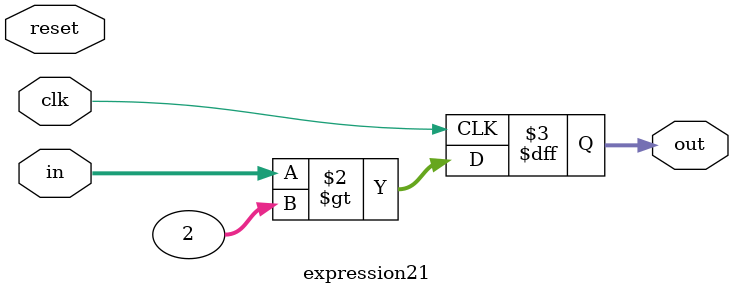
<source format=v>
module expression21
  #(parameter integer WIDTH = 8)
  (input wire             reset,
   input wire             clk,
   input wire [WIDTH-1:0] in,
   output reg [WIDTH-1:0] out);

   always @(posedge clk) out <= in > 2;

endmodule

</source>
